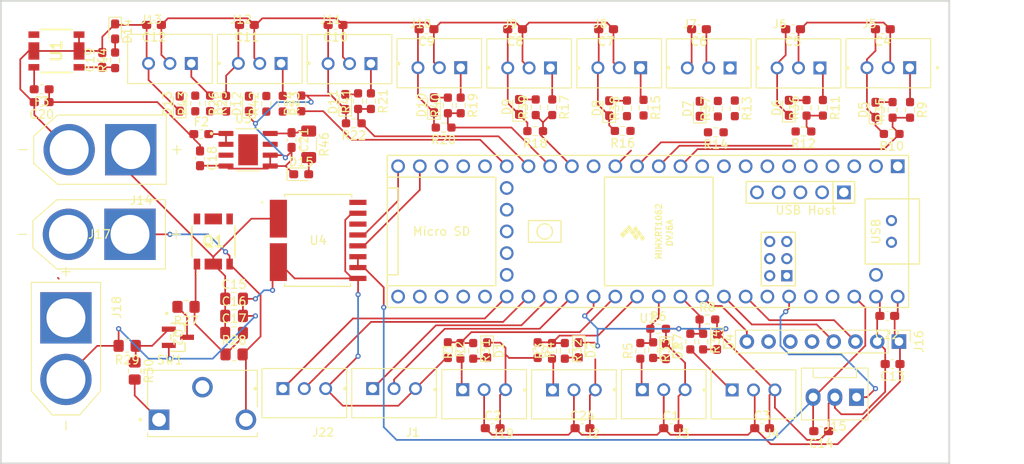
<source format=kicad_pcb>
(kicad_pcb (version 20240108) (generator "pcbnew") (generator_version "8.0")
  (layers (0 "F.Cu" signal) (31 "B.Cu" signal) (34 "B.Paste" user) (35 "F.Paste" user) (36 "B.SilkS" user "B.Silkscreen") (37 "F.SilkS" user "F.Silkscreen") (38 "B.Mask" user) (39 "F.Mask" user) (44 "Edge.Cuts" user))
  (net 0 "")
  (net 1 "GND1")
  (net 2 "+3.3V")
  (net 3 "44.4V")
  (net 4 "Net-(Q1-G)")
  (net 5 "12v")
  (net 6 "5v")
  (net 7 "Signal Start Module")
  (net 8 "Net-(J17-NEG)")
  (net 9 "Line Sensor 1 3.3V")
  (net 10 "Line Sensor 1 5v")
  (net 11 "Line Sensor 2 5v")
  (net 12 "Line Sensor 2 3.3V")
  (net 13 "Line Sensor 3 5v")
  (net 14 "Line Sensor 3 3.3V")
  (net 15 "Line Sensor 4 5v")
  (net 16 "Line Sensor 4 3.3V")
  (net 17 "Distance Sensor 1 12V")
  (net 18 "Distance Sensor 1 3.3V")
  (net 19 "Distance Sensor 2 12V")
  (net 20 "Distance Sensor 2 3.3V")
  (net 21 "Distance Sensor 3 3.3V")
  (net 22 "Distance Sensor 3 12V")
  (net 23 "Distance Sensor 4 12V")
  (net 24 "Distance Sensor 4 3.3V")
  (net 25 "Distance Sensor 5 3.3V")
  (net 26 "Distance Sensor 5 12V")
  (net 27 "Distance Sensor 6 12V")
  (net 28 "Distance Sensor 6 3.3V")
  (net 29 "Distance Sensor 7 3.3V")
  (net 30 "Distance Sensor 7 12V")
  (net 31 "Distance Sensor 8 3.3V")
  (net 32 "Distance Sensor 8 12V")
  (net 33 "Distance Sensor 9 3.3V")
  (net 34 "Distance Sensor 9 12V")
  (net 35 "Net-(Q2-D)")
  (net 36 "Net-(Q2-G)")
  (net 37 "Net-(SW1-A)")
  (net 38 "Net-(D1-A)")
  (net 39 "Net-(D2-A)")
  (net 40 "Net-(D3-A)")
  (net 41 "Net-(D4-A)")
  (net 42 "Net-(D5-A)")
  (net 43 "Net-(D6-A)")
  (net 44 "Net-(D7-A)")
  (net 45 "Net-(D8-A)")
  (net 46 "Net-(D9-A)")
  (net 47 "Net-(D10-A)")
  (net 48 "Net-(D11-A)")
  (net 49 "Net-(D12-A)")
  (net 50 "Net-(D13-A)")
  (net 51 "Net-(D15-A)")
  (net 52 "Net-(D14-A)")
  (net 53 "PWM MD2")
  (net 54 "Direction MD2")
  (net 55 "SDA")
  (net 56 "PWM MD1")
  (net 57 "Direction MD1")
  (net 60 "SCL")
  (net 66 "Interupt")
  (net 100 "Net-(U3-EN)")
  (net 101 "Net-(U1-VIN)")
  (net 104 "Vref Current Sensor")
  (net 105 "Vout Current Sensor")
  (net 106 "Net-(J17-POS)")
  (footprint "Resistor_SMD:R_0805_2012Metric_Pad1.20x1.40mm_HandSolder" (layer "F.Cu") (at 62.38 60.44 180)
    (property "Reference" "R27")
    (property "Value" "15k")
  )
  (footprint "LED_SMD:LED_0603_1608Metric_Pad1.05x0.95mm_HandSolder" (layer "F.Cu") (at 124.4725 64.5375 -90)
    (property "Reference" "D4")
    (property "Value" "LED")
  )
  (footprint "Teensy try:Teensy41 (1)" (layer "F.Cu") (at 116.39 51.62 180)
    (property "Reference" "U2")
    (property "Value" "Teensy4.1")
  )
  (footprint "XT60-M:AMASS_XT60-M" (layer "F.Cu") (at 52.23 51.96 180)
    (property "Reference" "J17")
    (property "Value" "XT60-M")
  )
  (footprint "Capacitor_SMD:C_0603_1608Metric_Pad1.08x0.95mm_HandSolder" (layer "F.Cu") (at 58.6375 27.475 180)
    (property "Reference" "C12")
    (property "Value" "C")
  )
  (footprint "Resistor_SMD:R_0603_1608Metric_Pad0.98x0.95mm_HandSolder" (layer "F.Cu") (at 121.3475 64.5 90)
    (property "Reference" "R7")
    (property "Value" "R")
  )
  (footprint "Resistor_SMD:R_0603_1608Metric_Pad0.98x0.95mm_HandSolder" (layer "F.Cu") (at 105.2 37.1025 -90)
    (property "Reference" "R17")
    (property "Value" "R")
  )
  (footprint "LED_SMD:LED_0603_1608Metric_Pad1.05x0.95mm_HandSolder" (layer "F.Cu") (at 122.45 37.275 90)
    (property "Reference" "D7")
    (property "Value" "LED")
  )
  (footprint "LED_SMD:LED_0603_1608Metric_Pad1.05x0.95mm_HandSolder" (layer "F.Cu") (at 143 37.4 90)
    (property "Reference" "D5")
    (property "Value" "LED")
  )
  (footprint "Jst Xh 2.5-3 Pin:JST_B3B-XH-A_LF__SN_" (layer "F.Cu") (at 107.74 70.675 180)
    (property "Reference" "J2")
    (property "Value" "Conn_01x03_MountingPin")
  )
  (footprint "Jst Xh 2.5-3 Pin:JST_B3B-XH-A_LF__SN_" (layer "F.Cu") (at 123.5 31.975)
    (property "Reference" "J7")
    (property "Value" "Conn_01x03_MountingPin")
  )
  (footprint "Capacitor_SMD:C_0603_1608Metric_Pad1.08x0.95mm_HandSolder" (layer "F.Cu") (at 90.5 27.975 180)
    (property "Reference" "C9")
    (property "Value" "C")
  )
  (footprint "LED_SMD:LED_0603_1608Metric_Pad1.05x0.95mm_HandSolder" (layer "F.Cu") (at 111.86 37.215 90)
    (property "Reference" "D8")
    (property "Value" "LED")
  )
  (footprint "Capacitor_SMD:C_0603_1608Metric_Pad1.08x0.95mm_HandSolder" (layer "F.Cu") (at 98.24 74.625)
    (property "Reference" "C2")
    (property "Value" "C")
  )
  (footprint "Capacitor_SMD:C_0603_1608Metric_Pad1.08x0.95mm_HandSolder" (layer "F.Cu") (at 64.02 43.0725 -90)
    (property "Reference" "C18")
    (property "Value" "C")
  )
  (footprint "Capacitor_SMD:C_0603_1608Metric_Pad1.08x0.95mm_HandSolder" (layer "F.Cu") (at 144.3775 61.5 180)
    (property "Reference" "C22")
    (property "Value" "C")
  )
  (footprint "Connector_PinHeader_2.54mm:PinHeader_1x08_P2.54mm_Vertical" (layer "F.Cu") (at 145.74 64.5 -90)
    (property "Reference" "J16")
    (property "Value" "Conn_01x08_Pin")
  )
  (footprint "LED_SMD:LED_0603_1608Metric_Pad1.05x0.95mm_HandSolder" (layer "F.Cu") (at 54.09 28.235 -90)
    (property "Reference" "D14")
    (property "Value" "LED")
  )
  (footprint "Capacitor_SMD:C_0603_1608Metric_Pad1.08x0.95mm_HandSolder" (layer "F.Cu") (at 79.8625 27.475 180)
    (property "Reference" "C10")
    (property "Value" "C")
  )
  (footprint "Resistor_SMD:R_0603_1608Metric_Pad0.98x0.95mm_HandSolder" (layer "F.Cu") (at 134.5775 39.93 180)
    (property "Reference" "R12")
    (property "Value" "R")
  )
  (footprint "Capacitor_SMD:C_0603_1608Metric_Pad1.08x0.95mm_HandSolder" (layer "F.Cu") (at 145 67.125 180)
    (property "Reference" "C13")
    (property "Value" "C")
  )
  (footprint "Resistor_SMD:R_0603_1608Metric_Pad0.98x0.95mm_HandSolder" (layer "F.Cu") (at 103.5 65.5 -90)
    (property "Reference" "R4")
    (property "Value" "R")
  )
  (footprint "Resistor_SMD:R_0603_1608Metric_Pad0.98x0.95mm_HandSolder" (layer "F.Cu") (at 144.8925 40.22 180)
    (property "Reference" "R10")
    (property "Value" "R")
  )
  (footprint "Resistor_SMD:R_0603_1608Metric_Pad0.98x0.95mm_HandSolder" (layer "F.Cu") (at 93 36.8875 90)
    (property "Reference" "R40")
    (property "Value" "R")
  )
  (footprint "Resistor_SMD:R_0603_1608Metric_Pad0.98x0.95mm_HandSolder" (layer "F.Cu") (at 122.8475 64.5 -90)
    (property "Reference" "R34")
    (property "Value" "R")
  )
  (footprint "Jst Xh 2.5-3 Pin:JST_B3B-XH-A_LF__SN_" (layer "F.Cu") (at 128.74 70.675 180)
    (property "Reference" "J4")
    (property "Value" "Conn_01x03_MountingPin")
  )
  (footprint "12Vvoltagereg:S1142A50IE6T1U" (layer "F.Cu") (at 47.23 30.52 90)
    (property "Reference" "U1")
    (property "Value" "S-1142DA0I-E6T1U" (hide yes))
  )
  (footprint "TQL850CSV50_RLG(5vmotordriver):SOIC127P600X170-9N" (layer "F.Cu") (at 69.64 42.07)
    (property "Reference" "U3")
    (property "Value" "TQL850CSV50_RLG")
  )
  (footprint "Resistor_SMD:R_0603_1608Metric_Pad0.98x0.95mm_HandSolder" (layer "F.Cu") (at 73.69 36.6875 -90)
    (property "Reference" "R23")
    (property "Value" "R")
  )
  (footprint "LED_SMD:LED_0603_1608Metric_Pad1.05x0.95mm_HandSolder" (layer "F.Cu") (at 97.5875 65.5 -90)
    (property "Reference" "D1")
    (property "Value" "LED")
  )
  (footprint "Resistor_SMD:R_0603_1608Metric_Pad0.98x0.95mm_HandSolder" (layer "F.Cu") (at 75.86 36.6525 90)
    (property "Reference" "R24")
    (property "Value" "R")
  )
  (footprint "Resistor_SMD:R_0603_1608Metric_Pad0.98x0.95mm_HandSolder" (layer "F.Cu") (at 103.21 39.89 180)
    (property "Reference" "R18")
    (property "Value" "R")
  )
  (footprint "Capacitor_SMD:C_0603_1608Metric_Pad1.08x0.95mm_HandSolder" (layer "F.Cu") (at 45.5 36.5 180)
    (property "Reference" "C20")
    (property "Value" "C")
  )
  (footprint "Capacitor_SMD:C_0805_2012Metric_Pad1.18x1.45mm_HandSolder" (layer "F.Cu") (at 68 63.5)
    (property "Reference" "C17")
    (property "Value" "1uF")
  )
  (footprint "Jst Xh 2.5-3 Pin:JST_B3B-XH-A_LF__SN_" (layer "F.Cu") (at 60.5 31.45)
    (property "Reference" "J13")
    (property "Value" "Conn_01x03_MountingPin")
  )
  (footprint "Resistor_SMD:R_0603_1608Metric_Pad0.98x0.95mm_HandSolder" (layer "F.Cu") (at 124.57 37.2775 90)
    (property "Reference" "R37")
    (property "Value" "R")
  )
  (footprint "Resistor_SMD:R_0603_1608Metric_Pad0.98x0.95mm_HandSolder" (layer "F.Cu") (at 103.27 37.1025 90)
    (property "Reference" "R39")
    (property "Value" "R")
  )
  (footprint "LED_SMD:LED_0603_1608Metric_Pad1.05x0.95mm_HandSolder" (layer "F.Cu") (at 108.3 65.5 -90)
    (property "Reference" "D2")
    (property "Value" "LED")
  )
  (footprint "Resistor_SMD:R_0805_2012Metric_Pad1.20x1.40mm_HandSolder" (layer "F.Cu") (at 56.38 67.94 -90)
    (property "Reference" "R30")
    (property "Value" "8k")
  )
  (footprint "Jst Xh 2.5-3 Pin:JST_B3B-XH-A_LF__SN_" (layer "F.Cu") (at 86.71 70.525 180)
    (property "Reference" "J1")
    (property "Value" "Conn_01x03_MountingPin")
  )
  (footprint "LED_SMD:LED_0603_1608Metric_Pad1.05x0.95mm_HandSolder" (layer "F.Cu") (at 91.375 36.85 90)
    (property "Reference" "D10")
    (property "Value" "LED")
  )
  (footprint "Resistor_SMD:R_0805_2012Metric_Pad1.20x1.40mm_HandSolder" (layer "F.Cu") (at 68 66)
    (property "Reference" "R28")
    (property "Value" "10k")
  )
  (footprint "Resistor_SMD:R_0603_1608Metric_Pad0.98x0.95mm_HandSolder" (layer "F.Cu") (at 145 37.4125 90)
    (property "Reference" "R35")
    (property "Value" "R")
  )
  (footprint "LED_SMD:LED_0603_1608Metric_Pad1.05x0.95mm_HandSolder" (layer "F.Cu") (at 101.32 37.065 90)
    (property "Reference" "D9")
    (property "Value" "LED")
  )
  (footprint "Capacitor_SMD:C_0603_1608Metric_Pad1.08x0.95mm_HandSolder" (layer "F.Cu") (at 119.1025 74.625)
    (property "Reference" "C1")
    (property "Value" "C")
  )
  (footprint "Jst Xh 2.5-3 Pin:JST_B3B-XH-A_LF__SN_" (layer "F.Cu") (at 144.5 31.95)
    (property "Reference" "J5")
    (property "Value" "Conn_01x03_MountingPin")
  )
  (footprint "Resistor_SMD:R_0805_2012Metric_Pad1.20x1.40mm_HandSolder" (layer "F.Cu") (at 55.5 65 180)
    (property "Reference" "R29")
    (property "Value" "1k")
  )
  (footprint "Resistor_SMD:R_0603_1608Metric_Pad0.98x0.95mm_HandSolder" (layer "F.Cu") (at 117 65.5 -90)
    (property "Reference" "R33")
    (property "Value" "R")
  )
  (footprint "Resistor_SMD:R_0603_1608Metric_Pad0.98x0.95mm_HandSolder" (layer "F.Cu") (at 124.33 40.03 180)
    (property "Reference" "R14")
    (property "Value" "R")
  )
  (footprint "Capacitor_SMD:C_0603_1608Metric_Pad1.08x0.95mm_HandSolder" (layer "F.Cu") (at 111.5 27.975 180)
    (property "Reference" "C7")
    (property "Value" "C")
  )
  (footprint "Capacitor_SMD:C_0603_1608Metric_Pad1.08x0.95mm_HandSolder" (layer "F.Cu") (at 136.6525 74.975 180)
    (property "Reference" "C14")
    (property "Value" "C")
  )
  (footprint "Resistor_SMD:R_0603_1608Metric_Pad0.98x0.95mm_HandSolder" (layer "F.Cu") (at 71.77 36.6975 90)
    (property "Reference" "R42")
    (property "Value" "R")
  )
  (footprint "Capacitor_SMD:C_0603_1608Metric_Pad1.08x0.95mm_HandSolder" (layer "F.Cu") (at 122.3625 27.975 180)
    (property "Reference" "C6")
    (property "Value" "C")
  )
  (footprint "Resistor_SMD:R_0603_1608Metric_Pad0.98x0.95mm_HandSolder" (layer "F.Cu") (at 126.55 37.23 -90)
    (property "Reference" "R13")
    (property "Value" "R")
  )
  (footprint "Capacitor_SMD:C_0805_2012Metric_Pad1.18x1.45mm_HandSolder" (layer "F.Cu") (at 68 61.5)
    (property "Reference" "C16")
    (property "Value" "1uF")
  )
  (footprint "XT60-M:AMASS_XT60-M" (layer "F.Cu") (at 48.34 65.33 -90)
    (property "Reference" "J18")
    (property "Value" "XT60-M")
  )
  (footprint "Capacitor_SMD:C_0603_1608Metric_Pad1.08x0.95mm_HandSolder" (layer "F.Cu") (at 133.3625 27.975 180)
    (property "Reference" "C5")
    (property "Value" "C")
  )
  (footprint "Resistor_SMD:R_0603_1608Metric_Pad0.98x0.95mm_HandSolder" (layer "F.Cu") (at 147.04 37.4075 -90)
    (property "Reference" "R9")
    (property "Value" "R")
  )
  (footprint "Resistor_SMD:R_0603_1608Metric_Pad0.98x0.95mm_HandSolder" (layer "F.Cu") (at 92.5 39.475 180)
    (property "Reference" "R20")
    (property "Value" "R")
  )
  (footprint "Capacitor_SMD:C_0603_1608Metric_Pad1.08x0.95mm_HandSolder" (layer "F.Cu") (at 129.74 74.625)
    (property "Reference" "C3")
    (property "Value" "C")
  )
  (footprint "LED_SMD:LED_0603_1608Metric_Pad1.05x0.95mm_HandSolder" (layer "F.Cu") (at 75.85 44.935)
    (property "Reference" "D15")
    (property "Value" "LED")
  )
  (footprint "Resistor_SMD:R_0603_1608Metric_Pad0.98x0.95mm_HandSolder" (layer "F.Cu") (at 82 38.975 180)
    (property "Reference" "R22")
    (property "Value" "R")
  )
  (footprint "Resistor_SMD:R_0603_1608Metric_Pad0.98x0.95mm_HandSolder" (layer "F.Cu") (at 63.46 36.6575 90)
    (property "Reference" "R43")
    (property "Value" "R")
  )
  (footprint "Resistor_SMD:R_0603_1608Metric_Pad0.98x0.95mm_HandSolder" (layer "F.Cu") (at 95.9625 65.5875 -90)
    (property "Reference" "R31")
    (property "Value" "R")
  )
  (footprint "Jst Xh 2.5-3 Pin:JST_B3B-XH-A_LF__SN_" (layer "F.Cu") (at 92 31.95)
    (property "Reference" "J10")
    (property "Value" "Conn_01x03_MountingPin")
  )
  (footprint "Resistor_SMD:R_0603_1608Metric_Pad0.98x0.95mm_HandSolder" (layer "F.Cu") (at 113.94 37.2275 90)
    (property "Reference" "R38")
    (property "Value" "R")
  )
  (footprint "Capacitor_SMD:C_0603_1608Metric_Pad1.08x0.95mm_HandSolder" (layer "F.Cu") (at 143.8625 27.975 180)
    (property "Reference" "C4")
    (property "Value" "C")
  )
  (footprint "Capacitor_SMD:C_0603_1608Metric_Pad1.08x0.95mm_HandSolder" (layer "F.Cu") (at 52.59 31.5675 90)
    (property "Reference" "C19")
    (property "Value" "C")
  )
  (footprint "Capacitor_SMD:C_0603_1608Metric_Pad1.08x0.95mm_HandSolder" (layer "F.Cu") (at 108.74 74.625)
    (property "Reference" "C24")
    (property "Value" "C")
  )
  (footprint "Resistor_SMD:R_0603_1608Metric_Pad0.98x0.95mm_HandSolder" (layer "F.Cu") (at 105.175 65.5875 90)
    (property "Reference" "R3")
    (property "Value" "R")
  )
  (footprint "Resistor_SMD:R_0603_1608Metric_Pad0.98x0.95mm_HandSolder" (layer "F.Cu") (at 67.07 36.6775 90)
    (property "Reference" "R26")
    (property "Value" "R")
  )
  (footprint "XT60-M:AMASS_XT60-M" (layer "F.Cu") (at 52.32 42.06 180)
    (property "Reference" "J14")
    (property "Value" "XT60-M")
  )
  (footprint "Resistor_SMD:R_0603_1608Metric_Pad0.98x0.95mm_HandSolder" (layer "F.Cu") (at 65.19 36.6475 -90)
    (property "Reference" "R25")
    (property "Value" "R")
  )
  (footprint "Jst Xh 2.5-3 Pin:JST_B3B-XH-A_LF__SN_" (layer "F.Cu") (at 102.5 31.975)
    (property "Reference" "J9")
    (property "Value" "Conn_01x03_MountingPin")
  )
  (footprint "Resistor_SMD:R_0603_1608Metric_Pad0.98x0.95mm_HandSolder" (layer "F.Cu") (at 93 65.5 -90)
    (property "Reference" "R2")
    (property "Value" "R" (hide yes))
  )
  (footprint "Resistor_SMD:R_0603_1608Metric_Pad0.98x0.95mm_HandSolder" (layer "F.Cu") (at 115.5 65.5875 90)
    (property "Reference" "R5")
    (property "Value" "R")
  )
  (footprint "LED_SMD:LED_0603_1608Metric_Pad1.05x0.95mm_HandSolder" (layer "F.Cu") (at 61.64 36.675 90)
    (property "Reference" "D13")
    (property "Value" "LED")
  )
  (footprint "Jst Xh 2.5-3 Pin:JST_B3B-XH-A_LF__SN_" (layer "F.Cu") (at 81.5 31.475)
    (property "Reference" "J11")
    (property "Value" "Conn_01x03_MountingPin")
  )
  (footprint "Jst Xh 2.5-3 Pin:JST_B3B-XH-A_LF__SN_" (layer "F.Cu") (at 97.24 70.65 180)
    (property "Reference" "J19")
    (property "Value" "Conn_01x03_MountingPin")
  )
  (footprint "Capacitor_SMD:C_0603_1608Metric_Pad1.08x0.95mm_HandSolder" (layer "F.Cu") (at 69.5 27.475 180)
    (property "Reference" "C11")
    (property "Value" "C")
  )
  (footprint "Resistor_SMD:R_0603_1608Metric_Pad0.98x0.95mm_HandSolder" (layer "F.Cu") (at 94.4625 65.5875 90)
    (property "Reference" "R1")
    (property "Value" "R")
  )
  (footprint "Resistor_SMD:R_0603_1608Metric_Pad0.98x0.95mm_HandSolder" (layer "F.Cu") (at 84 36.3875 -90)
    (property "Reference" "R21")
    (property "Value" "R")
  )
  (footprint "Jst Xh 2.5-3 Pin:JST_B3B-XH-A_LF__SN_" (layer "F.Cu") (at 71 31.45)
    (property "Reference" "J12")
    (property "Value" "Conn_01x03_MountingPin")
  )
  (footprint "Jst Xh 2.5-3 Pin:JST_B3B-XH-A_LF__SN_" (layer "F.Cu") (at 134 31.975)
    (property "Reference" "J6")
    (property "Value" "Conn_01x03_MountingPin")
  )
  (footprint "Jst Xh 2.5-3 Pin:JST_B3B-XH-A_LF__SN_" (layer "F.Cu") (at 118.24 70.65 180)
    (property "Reference" "J3")
    (property "Value" "Conn_01x03_MountingPin")
  )
  (footprint "Capacitor_SMD:C_0603_1608Metric_Pad1.08x0.95mm_HandSolder" (layer "F.Cu") (at 100.8625 27.975 180)
    (property "Reference" "C8")
    (property "Value" "C")
  )
  (footprint "LED_SMD:LED_0603_1608Metric_Pad1.05x0.95mm_HandSolder" (layer "F.Cu") (at 69.73 36.685 90)
    (property "Reference" "D12")
    (property "Value" "LED")
  )
  (footprint "Fuse:Fuse_0603_1608Metric_Pad1.05x0.95mm_HandSolder" (layer "F.Cu") (at 45.5 35 180)
    (property "Reference" "F3")
    (property "Value" "Fuse")
  )
  (footprint "mosfetP:S1142A50IE6T1U" (layer "F.Cu") (at 65.57 52.8)
    (property "Reference" "Q1")
    (property "Value" "SQM40P10-40L_GE3" (hide yes))
  )
  (footprint "Capacitor_SMD:C_0603_1608Metric_Pad1.08x0.95mm_HandSolder" (layer "F.Cu") (at 74.725 40.935 -90)
    (property "Reference" "C21")
    (property "Value" "C")
  )
  (footprint "Jst Xh 2.5-3 Pin:JST_B3B-XH-A_LF__SN_" (layer "F.Cu") (at 76.21 70.525 180)
    (property "Reference" "J22")
    (property "Value" "Conn_01x03_MountingPin")
  )
  (footprint "G_107_0513(SWITCH):SW_G-107-0513" (layer "F.Cu") (at 64.305 71.735)
    (property "Reference" "SW1")
    (property "Value" "SW_SPST")
  )
  (footprint "Resistor_SMD:R_0603_1608Metric_Pad0.98x0.95mm_HandSolder" (layer "F.Cu") (at 117.5875 63)
    (property "Reference" "R6")
    (property "Value" "R")
  )
  (footprint "Resistor_SMD:R_0603_1608Metric_Pad0.98x0.95mm_HandSolder" (layer "F.Cu") (at 94.5 36.8875 -90)
    (property "Reference" "R19")
    (property "Value" "R")
  )
  (footprint "Resistor_SMD:R_0603_1608Metric_Pad0.98x0.95mm_HandSolder" (layer "F.Cu") (at 106.675 65.5875 -90)
    (property "Reference" "R32")
    (property "Value" "R")
  )
  (footprint "Resistor_SMD:R_0603_1608Metric_Pad0.98x0.95mm_HandSolder" (layer "F.Cu") (at 123.3475 61.9125)
    (property "Reference" "R8")
    (property "Value" "R")
  )
  (footprint "Capacitor_SMD:C_0805_2012Metric_Pad1.18x1.45mm_HandSolder" (layer "F.Cu") (at 68 59.5)
    (property "Reference" "C15")
    (property "Value" "10uF")
  )
  (footprint "Resistor_SMD:R_0603_1608Metric_Pad0.98x0.95mm_HandSolder" (layer "F.Cu") (at 82.5 36.3875 90)
    (property "Reference" "R41")
    (property "Value" "R")
  )
  (footprint "(mosfet???):NMOSGSD_SOT-23_TO-236_VIS-M" (layer "F.Cu") (at 61.4332 64 -90)
    (property "Reference" "Q2")
    (property "Value" "SQ2318AES-T1_BE3")
  )
  (footprint "Resistor_SMD:R_1206_3216Metric_Pad1.30x1.75mm_HandSolder" (layer "F.Cu") (at 76.725 41.435 -90)
    (property "Reference" "R46")
    (property "Value" "R")
  )
  (footprint "Resistor_SMD:R_0603_1608Metric_Pad0.98x0.95mm_HandSolder" (layer "F.Cu") (at 134.94 37.1675 90)
    (property "Reference" "R36")
    (property "Value" "R")
  )
  (footprint "Fuse:Fuse_0603_1608Metric_Pad1.05x0.95mm_HandSolder" (layer "F.Cu") (at 64.165 40.24)
    (property "Reference" "F2")
    (property "Value" "Fuse")
  )
  (footprint "LED_SMD:LED_0603_1608Metric_Pad1.05x0.95mm_HandSolder" (layer "F.Cu") (at 81 36.475 90)
    (property "Reference" "D11")
    (property "Value" "LED")
  )
  (footprint "Resistor_SMD:R_0603_1608Metric_Pad0.98x0.95mm_HandSolder" (layer "F.Cu") (at 136.85 37.1675 -90)
    (property "Reference" "R11")
    (property "Value" "R")
  )
  (footprint "LED_SMD:LED_0603_1608Metric_Pad1.05x0.95mm_HandSolder" (layer "F.Cu") (at 118.5 65.625 -90)
    (property "Reference" "D3")
    (property "Value" "LED")
  )
  (footprint "LED_SMD:LED_0603_1608Metric_Pad1.05x0.95mm_HandSolder" (layer "F.Cu") (at 132.87 37.165 90)
    (property "Reference" "D6")
    (property "Value" "LED")
  )
  (footprint "Resistor_SMD:R_0603_1608Metric_Pad0.98x0.95mm_HandSolder" (layer "F.Cu") (at 54.09 31.61 90)
    (property "Reference" "R44")
    (property "Value" "R")
  )
  (footprint "Resistor_SMD:R_0603_1608Metric_Pad0.98x0.95mm_HandSolder" (layer "F.Cu") (at 115.88 37.15 -90)
    (property "Reference" "R15")
    (property "Value" "R")
  )
  (footprint "Jst Xh 2.5-3 Pin:JST_B3B-XH-A_LF__SN_" (layer "F.Cu") (at 113.04 31.955)
    (property "Reference" "J8")
    (property "Value" "Conn_01x03_MountingPin")
  )
  (footprint "Current Sensor AEC-Q100 80ARMS 500KHZ HALL-EFFE:SOIC10_DVG_TEX" (layer "F.Cu") (at 77.829978 52.67)
    (property "Reference" "U4")
    (property "Value" "TMCS1126A1AQDVGRQ1")
  )
  (footprint "Connector:FanPinHeader_1x03_P2.54mm_Vertical" (layer "F.Cu") (at 140.79 71 180)
    (property "Reference" "J15")
    (property "Value" "Conn_01x03_Pin")
  )
  (footprint "Resistor_SMD:R_0603_1608Metric_Pad0.98x0.95mm_HandSolder" (layer "F.Cu") (at 113.44 39.87 180)
    (property "Reference" "R16")
    (property "Value" "R")
  )
  (gr_rect (start 40.73 24.66) (end 151.63 78.75) (stroke (width 0.2)) (fill none) (layer "Edge.Cuts"))
  (segment (start 64.02 43.935) (end 67.015 43.935) (width 0.2) (layer "F.Cu") (net 1))
  (segment (start 125.795 64.705) (end 126.045 64.955) (width 0.2) (layer "F.Cu") (net 1))
  (segment (start 74.725 41.7975) (end 74.725 42.275) (width 0.2) (layer "F.Cu") (net 1))
  (segment (start 81 57.115) (end 75.085 57.115) (width 0.2) (layer "F.Cu") (net 1))
  (segment (start 97.7125 64.5) (end 97.5875 64.625) (width 0.2) (layer "F.Cu") (net 1))
  (segment (start 89.21 70) (end 92.7975 66.4125) (width 0.2) (layer "F.Cu") (net 1))
  (segment (start 131.24 72.24) (end 135 76) (width 0.2) (layer "F.Cu") (net 1))
  (segment (start 131.24 70.15) (end 131.24 72.24) (width 0.2) (layer "F.Cu") (net 1))
  (segment (start 82.5 57.135024) (end 82.479976 57.115) (width 0.2) (layer "F.Cu") (net 1))
  (segment (start 144.1375 65.4375) (end 143.2 64.5) (width 0.2) (layer "F.Cu") (net 1))
  (segment (start 118.5 64.75) (end 118.5 63) (width 0.2) (layer "F.Cu") (net 1))
  (segment (start 111.86 38.09) (end 111.86 39.2025) (width 0.2) (layer "F.Cu") (net 1))
  (segment (start 67.015 43.935) (end 67.055 43.975) (width 0.2) (layer "F.Cu") (net 1))
  (segment (start 137.515 71.735) (end 138.25 71) (width 0.2) (layer "F.Cu") (net 1))
  (segment (start 52.205 30.705) (end 52.02 30.52) (width 0.2) (layer "F.Cu") (net 1))
  (segment (start 60.3664 64.94996) (end 60.3664 66.3664) (width 0.2) (layer "F.Cu") (net 1))
  (segment (start 81.0875 38.975) (end 81.0875 37.4375) (width 0.2) (layer "F.Cu") (net 1))
  (segment (start 99.74 66.5) (end 99.74 70.125) (width 0.2) (layer "F.Cu") (net 1))
  (segment (start 100 27.975) (end 100 32.5) (width 0.2) (layer "F.Cu") (net 1))
  (segment (start 99.74 65.24) (end 99.74 66) (width 0.2) (layer "F.Cu") (net 1))
  (segment (start 101.32 37.94) (end 100 36.62) (width 0.2) (layer "F.Cu") (net 1))
  (segment (start 131.5 32.5) (end 131.5 32) (width 0.2) (layer "F.Cu") (net 1))
  (segment (start 73.705 42.705) (end 74 43) (width 0.2) (layer "F.Cu") (net 1))
  (segment (start 143.515 59.695) (end 143.06 59.24) (width 0.2) (layer "F.Cu") (net 1))
  (segment (start 72.225 42.705) (end 72.705 42.705) (width 0.2) (layer "F.Cu") (net 1))
  (segment (start 109 61.5) (end 110.04 60.46) (width 0.2) (layer "F.Cu") (net 1))
  (segment (start 119.965 70.9) (end 120.74 70.125) (width 0.2) (layer "F.Cu") (net 1))
  (segment (start 57.775 27.475) (end 54.205 27.475) (width 0.2) (layer "F.Cu") (net 1))
  (segment (start 130.6025 70.7875) (end 131.24 70.15) (width 0.2) (layer "F.Cu") (net 1))
  (segment (start 80.71 72) (end 78.71 70) (width 0.2) (layer "F.Cu") (net 1))
  (segment (start 58 33.91) (end 61.64 37.55) (width 0.2) (layer "F.Cu") (net 1))
  (segment (start 143 39.24) (end 143.98 40.22) (width 0.2) (layer "F.Cu") (net 1))
  (segment (start 102.2975 38.9175) (end 101.32 37.94) (width 0.2) (layer "F.Cu") (net 1))
  (segment (start 89.5 35.85) (end 91.375 37.725) (width 0.2) (layer "F.Cu") (net 1))
  (segment (start 69.73 38.23) (end 70.5 39) (width 0.2) (layer "F.Cu") (net 1))
  (segment (start 52.02 30.52) (end 49.87 30.52) (width 0.2) (layer "F.Cu") (net 1))
  (segment (start 124.4725 62.125) (end 124.26 61.9125) (width 0.2) (layer "F.Cu") (net 1))
  (segment (start 124.7525 63.6625) (end 125.795 64.705) (width 0.2) (layer "F.Cu") (net 1))
  (segment (start 74.015 43.975) (end 74.975 44.935) (width 0.2) (layer "F.Cu") (net 1))
  (segment (start 72.225 43.975) (end 74.015 43.975) (width 0.2) (layer "F.Cu") (net 1))
  (segment (start 74.725 43.265) (end 74.725 41.7975) (width 0.2) (layer "F.Cu") (net 1))
  (segment (start 44.5 36.5) (end 43 35) (width 0.2) (layer "F.Cu") (net 1))
  (segment (start 109.6025 70.7875) (end 110.24 70.15) (width 0.2) (layer "F.Cu") (net 1))
  (segment (start 92.7975 66.4125) (end 93 66.4125) (width 0.2) (layer "F.Cu") (net 1))
  (segment (start 143 30.5) (end 143 27.975) (width 0.2) (layer "F.Cu") (net 1))
  (segment (start 81.841876 57.115) (end 82.479976 57.115) (width 0.2) (layer "F.Cu") (net 1))
  (segment (start 72.5 55.89) (end 73.18 55.21) (width 0.2) (layer "F.Cu") (net 1))
  (segment (start 102.2975 39.89) (end 102.2975 38.9175) (width 0.2) (layer "F.Cu") (net 1))
  (segment (start 89.5 28.1125) (end 89.6375 27.975) (width 0.2) (layer "F.Cu") (net 1))
  (segment (start 142 31.5) (end 143 30.5) (width 0.2) (layer "F.Cu") (net 1))
  (segment (start 120.74 66.99) (end 118.5 64.75) (width 0.2) (layer "F.Cu") (net 1))
  (segment (start 124.4725 63.6625) (end 124.7525 63.6625) (width 0.2) (layer "F.Cu") (net 1))
  (segment (start 81 56.273124) (end 81.841876 57.115) (width 0.2) (layer "F.Cu") (net 1))
  (segment (start 48.34 68.66) (end 52 65) (width 0.2) (layer "F.Cu") (net 1))
  (segment (start 69.0375 59.5) (end 70.5 59.5) (width 0.2) (layer "F.Cu") (net 1))
  (segment (start 143.2 64.5) (end 143.2 61.815) (width 0.2) (layer "F.Cu") (net 1))
  (segment (start 99.74 66) (end 99.74 66.5) (width 0.2) (layer "F.Cu") (net 1))
  (segment (start 141.5 73) (end 144.1375 70.3625) (width 0.2) (layer "F.Cu") (net 1))
  (segment (start 67.055 43.975) (end 67.354999 44.274999) (width 0.2) (layer "F.Cu") (net 1))
  (segment (start 89.5 32.475) (end 89.5 28.1125) (width 0.2) (layer "F.Cu") (net 1))
  (segment (start 44.6375 36.5) (end 44.5 36.5) (width 0.2) (layer "F.Cu") (net 1))
  (segment (start 124.8375 63.6625) (end 124.4725 63.6625) (width 0.2) (layer "F.Cu") (net 1))
  (segment (start 110.54 32.48) (end 110.54 36.77) (width 0.2) (layer "F.Cu") (net 1))
  (segment (start 144.1375 67.125) (end 144.1375 65.4375) (width 0.2) (layer "F.Cu") (net 1))
  (segment (start 130.6025 74.625) (end 130.6025 70.7875) (width 0.2) (layer "F.Cu") (net 1))
  (segment (start 144.1375 70.3625) (end 144.1375 67.125) (width 0.2) (layer "F.Cu") (net 1))
  (segment (start 108.3 64.625) (end 110.125 64.625) (width 0.2) (layer "F.Cu") (net 1))
  (segment (start 110.6375 32.3825) (end 110.54 32.48) (width 0.2) (layer "F.Cu") (net 1))
  (segment (start 67.354999 44.274999) (end 71.925001 44.274999) (width 0.2) (layer "F.Cu") (net 1))
  (segment (start 131.24 70.15) (end 125.795 64.705) (width 0.2) (layer "F.Cu") (net 1))
  (segment (start 81 37.35) (end 79 35.35) (width 0.2) (layer "F.Cu") (net 1))
  (segment (start 72.225 42.705) (end 73.705 42.705) (width 0.2) (layer "F.Cu") (net 1))
  (segment (start 132.5 31) (end 132.5 27.975) (width 0.2) (layer "F.Cu") (net 1))
  (segment (start 87.21 72) (end 80.71 72) (width 0.2) (layer "F.Cu") (net 1))
  (segment (start 91.375 37.725) (end 91.375 39.2625) (width 0.2) (layer "F.Cu") (net 1))
  (segment (start 135 76) (end 136.49 76) (width 0.2) (layer "F.Cu") (net 1))
  (segment (start 79 32) (end 79 27.475) (width 0.2) (layer "F.Cu") (net 1))
  (segment (start 124.4725 63.6625) (end 124.4725 62.125) (width 0.2) (layer "F.Cu") (net 1))
  (segment (start 58 31.975) (end 58 33.91) (width 0.2) (layer "F.Cu") (net 1))
  (segment (start 131.5 36.67) (end 132.87 38.04) (width 0.2) (layer "F.Cu") (net 1))
  (segment (start 131.5 32) (end 132.5 31) (width 0.2) (layer "F.Cu") (net 1))
  (segment (start 44.6375 37.9775) (end 48.72 42.06) (width 0.2) (layer "F.Cu") (net 1))
  (segment (start 69.0375 61.5) (end 69.0375 59.5) (width 0.2) (layer "F.Cu") (net 1))
  (segment (start 118.5 63) (end 120 63) (width 0.2) (layer "F.Cu") (net 1))
  (segment (start 110.04 60.46) (end 110.04 59.24) (width 0.2) (layer "F.Cu") (net 1))
  (segment (start 43.98 30.52) (end 43 31.5) (width 0.2) (layer "F.Cu") (net 1))
  (segment (start 82.5 66.21) (end 78.71 70) (width 0.2) (layer "F.Cu") (net 1))
  (segment (start 54.09 27.36) (end 52.59 28.86) (width 0.2) (layer "F.Cu") (net 1))
  (segment (start 91.375 39.2625) (end 91.5875 39.475) (width 0.2) (layer "F.Cu") (net 1))
  (segment (start 48.34 68.93) (end 48.34 68.66) (width 0.2) (layer "F.Cu") (net 1))
  (segment (start 76.5 35.74) (end 75.86 35.74) (width 0.2) (layer "F.Cu") (net 1))
  (segment (start 138.25 72.25) (end 139 73) (width 0.2) (layer "F.Cu") (net 1))
  (segment (start 71.925001 44.274999) (end 72.225 43.975) (width 0.2) (layer "F.Cu") (net 1))
  (segment (start 131.5 32.5) (end 131.5 36.67) (width 0.2) (layer "F.Cu") (net 1))
  (segment (start 82.479976 57.115) (end 81 57.115) (width 0.2) (layer "F.Cu") (net 1))
  (segment (start 77 36.5) (end 77 36.24) (width 0.2) (layer "F.Cu") (net 1))
  (segment (start 44.6375 36.5) (end 44.6375 37.9775) (width 0.2) (layer "F.Cu") (net 1))
  (segment (start 54.205 27.475) (end 54.09 27.36) (width 0.2) (layer "F.Cu") (net 1))
  (segment (start 68.5 27.6125) (end 68.6375 27.475) (width 0.2) (layer "F.Cu") (net 1))
  (segment (start 67.07 33.405) (end 68.5 31.975) (width 0.2) (layer "F.Cu") (net 1))
  (segment (start 60.3664 66.3664) (end 60.5 66.5) (width 0.2) (layer "F.Cu") (net 1))
  (segment (start 81 50.276476) (end 81 56.273124) (width 0.2) (layer "F.Cu") (net 1))
  (segment (start 81.0875 37.4375) (end 81 37.35) (width 0.2) (layer "F.Cu") (net 1))
  (segment (start 52 65) (end 55 65) (width 0.2) (layer "F.Cu") (net 1))
  (segment (start 110.125 64.625) (end 110.5 65) (width 0.2) (layer "F.Cu") (net 1))
  (segment (start 72.225 43.975) (end 72.225 42.705) (width 0.2) (layer "F.Cu") (net 1))
  (segment (start 57.775 27.475) (end 57.775 31.75) (width 0.2) (layer "F.Cu") (net 1))
  (segment (start 139 73) (end 141.5 73) (width 0.2) (layer "F.Cu") (net 1))
  (segment (start 136.49 76) (end 137.515 74.975) (width 0.2) (layer "F.Cu") (net 1))
  (segment (start 125.5 63) (end 124.8375 63.6625) (width 0.2) (layer "F.Cu") (net 1))
  (segment (start 111.86 39.2025) (end 112.5275 39.87) (width 0.2) (layer "F.Cu") (net 1))
  (segment (start 82.479976 49.495) (end 81.781476 49.495) (width 0.2) (layer "F.Cu") (net 1))
  (segment (start 70.5 61.5) (end 69.0375 61.5) (width 0.2) (layer "F.Cu") (net 1))
  (segment (start 103.5 66.4125) (end 100.1525 66.4125) (width 0.2) (layer "F.Cu") (net 1))
  (segment (start 81 37.35) (end 79.39 35.74) (width 0.2) (layer "F.Cu") (net 1))
  (segment (start 143.2 61.815) (end 143.515 61.5) (width 0.2) (layer "F.Cu") (net 1))
  (segment (start 89.21 70) (end 87.21 72) (width 0.2) (layer "F.Cu") (net 1))
  (segment (start 143 38.275) (end 143 39.24) (width 0.2) (layer "F.Cu") (net 1))
  (segment (start 121.5 32) (end 121 32.5) (width 0.2) (layer "F.Cu") (net 1))
  (segment (start 119.965 74.625) (end 119.965 70.9) (width 0.2) (layer "F.Cu") (net 1))
  (segment (start 110.6375 27.975) (end 110.6375 32.3825) (width 0.2) (layer "F.Cu") (net 1))
  (segment (start 143 38.275) (end 142 37.275) (width 0.2) (layer "F.Cu") (net 1))
  (segment (start 110.54 36.77) (end 111.86 38.09) (width 0.2) (layer "F.Cu") (net 1))
  (segment (start 82.5 59) (end 82.5 57.135024) (width 0.2) (layer "F.Cu") (net 1))
  (segment (start 49.87 28.61) (end 49.87 30.52) (width 0.2) (layer "F.Cu") (net 1))
  (segment (start 100.1525 66.4125) (end 99.74 66) (width 0.2) (layer "F.Cu") (net 1))
  (segment (start 100 36.62) (end 100 32.5) (width 0.2) (layer "F.Cu") (net 1))
  (segment (start 142 37.275) (end 142 32.475) (width 0.2) (layer "F.Cu") (net 1))
  (segment (start 138.25 71) (end 138.25 72.25) (width 0.2) (layer "F.Cu") (net 1))
  (segment (start 142 32.475) (end 142 31.5) (width 0.2) (layer "F.Cu") (net 1))
  (segment (start 120.74 70.125) (end 120.74 66.99) (width 0.2) (layer "F.Cu") (net 1))
  (segment (start 43 35) (end 43 31.5) (width 0.2) (layer "F.Cu") (net 1))
  (segment (start 69.73 37.56) (end 69.73 38.23) (width 0.2) (layer "F.Cu") (net 1))
  (segment (start 52.59 30.705) (end 52.205 30.705) (width 0.2) (layer "F.Cu") (net 1))
  (segment (start 67.07 35.765) (end 67.07 33.405) (width 0.2) (layer "F.Cu") (net 1))
  (segment (start 75.085 57.115) (end 73.18 55.21) (width 0.2) (layer "F.Cu") (net 1))
  (segment (start 73.18 55.8575) (end 73.18 55.21) (width 0.2) (layer "F.Cu") (net 1))
  (segment (start 137.515 74.975) (end 137.515 71.735) (width 0.2) (layer "F.Cu") (net 1))
  (segment (start 99.1025 74.625) (end 99.1025 70.7625) (width 0.2) (layer "F.Cu") (net 1))
  (segment (start 81.781476 49.495) (end 81 50.276476) (width 0.2) (layer "F.Cu") (net 1))
  (segment (start 99.1025 70.7625) (end 99.74 70.125) (width 0.2) (layer "F.Cu") (net 1))
  (segment (start 97.5875 64.625) (end 99.125 64.625) (width 0.2) (layer "F.Cu") (net 1))
  (segment (start 52.59 28.86) (end 52.59 30.705) (width 0.2) (layer "F.Cu") (net 1))
  (segment (start 68.5 31.975) (end 68.5 27.6125) (width 0.2) (layer "F.Cu") (net 1))
  (segment (start 109.6025 74.625) (end 109.6025 70.7875) (width 0.2) (layer "F.Cu") (net 1))
  (segment (start 54.5 65) (end 54.5 63) (width 0.2) (layer "F.Cu") (net 1))
  (segment (start 89.5 32.475) (end 89.5 35.85) (width 0.2) (layer "F.Cu") (net 1))
  (segment (start 143.515 61.5) (end 143.515 59.695) (width 0.2) (layer "F.Cu") (net 1))
  (segment (start 110.24 70.15) (end 110.24 66.565) (width 0.2) (layer "F.Cu") (net 1))
  (segment (start 121.5 27.975) (end 121.5 32) (width 0.2) (layer "F.Cu") (net 1))
  (segment (start 44.59 30.52) (end 43.98 30.52) (width 0.2) (layer "F.Cu") (net 1))
  (segment (start 99.125 64.625) (end 99.74 65.24) (width 0.2) (layer "F.Cu") (net 1))
  (segment (start 77 36.24) (end 76.5 35.74) (width 0.2) (layer "F.Cu") (net 1))
  (segment (start 72.5 58.5) (end 72.5 55.89) (width 0.2) (layer "F.Cu") (net 1))
  (segment (start 79.39 35.74) (end 76.5 35.74) (width 0.2) (layer "F.Cu") (net 1))
  (segment (start 79 35.35) (end 79 32) (width 0.2) (layer "F.Cu") (net 1))
  (segment (start 57.775 31.75) (end 58 31.975) (width 0.2) (layer "F.Cu") (net 1))
  (segment (start 74.015 43.975) (end 74.725 43.265) (width 0.2) (layer "F.Cu") (net 1))
  (segment (start 74.725 42.275) (end 74 43) (width 0.2) (layer "F.Cu") (net 1))
  (segment (start 49.87 30.52) (end 44.59 30.52) (width 0.2) (layer "F.Cu") (net 1))
  (via (at 120 63) (size 0.6) (drill 0.3) (layers "F.Cu" "B.Cu") (net 1))
  (via (at 125.5 63) (size 0.6) (drill 0.3) (layers "F.Cu" "B.Cu") (net 1))
  (via (at 54.5 63) (size 0.6) (drill 0.3) (layers "F.Cu" "B.Cu") (net 1))
  (via (at 82.5 66.21) (size 0.6) (drill 0.3) (layers "F.Cu" "B.Cu") (net 1))
  (via (at 109 61.5) (size 0.6) (drill 0.3) (layers "F.Cu" "B.Cu") (net 1))
  (via (at 70.5 61.5) (size 0.6) (drill 0.3) (layers "F.Cu" "B.Cu") (net 1))
  (via (at 70.5 39) (size 0.6) (drill 0.3) (layers "F.Cu" "B.Cu") (net 1))
  (via (at 60.5 66.5) (size 0.6) (drill 0.3) (layers "F.Cu" "B.Cu") (net 1))
  (via (at 77 36.5) (size 0.6) (drill 0.3) (layers "F.Cu" "B.Cu") (net 1))
  (via (at 70.5 59.5) (size 0.6) (drill 0.3) (layers "F.Cu" "B.Cu") (net 1))
  (via (at 82.5 59) (size 0.6) (drill 0.3) (layers "F.Cu" "B.Cu") (net 1))
  (via (at 72.5 58.5) (size 0.6) (drill 0.3) (layers "F.Cu" "B.Cu") (net 1))
  (via (at 110.5 65) (size 0.6) (drill 0.3) (layers "F.Cu" "B.Cu") (net 1))
  (via (at 74 43) (size 0.6) (drill 0.3) (layers "F.Cu" "B.Cu") (net 1))
  (segment (start 82.5 66) (end 82.5 59) (width 0.2) (layer "B.Cu") (net 1))
  (segment (start 60.5 66.5) (end 65.5 66.5) (width 0.2) (layer "B.Cu") (net 1))
  (segment (start 125.5 63) (end 120 63) (width 0.2) (layer "B.Cu") (net 1))
  (segment (start 73 36.5) (end 77 36.5) (width 0.2) (layer "B.Cu") (net 1))
  (segment (start 82.5 66.21) (end 82.5 66) (width 0.2) (layer "B.Cu") (net 1))
  (segment (start 58 66.5) (end 54.5 63) (width 0.2) (layer "B.Cu") (net 1))
  (segment (start 71.5 58.5) (end 72.5 58.5) (width 0.2) (layer "B.Cu") (net 1))
  (segment (start 120 63) (end 110.5 63) (width 0.2) (layer "B.Cu") (net 1))
  (segment (start 70.5 39) (end 73 36.5) (width 0.2) (layer "B.Cu") (net 1))
  (segment (start 70.5 59.5) (end 71.5 58.5) (width 0.2) (layer "B.Cu") (net 1))
  (segment (start 74 43) (end 70.5 39.5) (width 0.2) (layer "B.Cu") (net 1))
  (segment (start 110.5 65) (end 110.5 63) (width 0.2) (layer "B.Cu") (net 1))
  (segment (start 70.5 39.5) (end 70.5 39) (width 0.2) (layer "B.Cu") (net 1))
  (segment (start 110.5 63) (end 109 61.5) (width 0.2) (layer "B.Cu") (net 1))
  (segment (start 60.5 66.5) (end 58 66.5) (width 0.2) (layer "B.Cu") (net 1))
  (segment (start 65.5 66.5) (end 70.5 61.5) (width 0.2) (layer "B.Cu") (net 1))
  (segment (start 85.5 58.166524) (end 85.5 60.5) (width 0.2) (layer "F.Cu") (net 2))
  (segment (start 83.178476 55.845) (end 85.5 58.166524) (width 0.2) (layer "F.Cu") (net 2))
  (segment (start 82.479976 55.845) (end 82.479976 54.575) (width 0.2) (layer "F.Cu") (net 2))
  (segment (start 140.52 59.24) (end 141.81 60.53) (width 0.2) (layer "F.Cu") (net 2))
  (segment (start 135.786346 71) (end 135.71 71) (width 0.2) (layer "F.Cu") (net 2))
  (segment (start 82.479976 55.845) (end 83.178476 55.845) (width 0.2) (layer "F.Cu") (net 2))
  (segment (start 141.81 60.53) (end 141.81 64.976346) (width 0.2) (layer "F.Cu") (net 2))
  (segment (start 135.71 74.895) (end 135.79 74.975) (width 0.2) (layer "F.Cu") (net 2))
  (segment (start 135.71 71) (end 135.71 74.895) (width 0.2) (layer "F.Cu") (net 2))
  (segment (start 141.81 64.976346) (end 135.786346 71) (width 0.2) (layer "F.Cu") (net 2))
  (via (at 85.5 60.5) (size 0.6) (drill 0.3) (layers "F.Cu" "B.Cu") (net 2))
  (segment (start 131 76) (end 135.71 71.29) (width 0.2) (layer "B.Cu") (net 2))
  (segment (start 135.71 71.29) (end 135.71 71) (width 0.2) (layer "B.Cu") (net 2))
  (segment (start 85.5 60.5) (end 85.5 74.5) (width 0.2) (layer "B.Cu") (net 2))
  (segment (start 87 76) (end 131 76) (width 0.2) (layer "B.Cu") (net 2))
  (segment (start 85.5 74.5) (end 87 76) (width 0.2) (layer "B.Cu") (net 2))
  (segment (start 66.9625 56.8325) (end 65.57 55.44) (width 0.2) (layer "F.Cu") (net 3))
  (segment (start 46.375 36.4875) (end 46.3625 36.5) (width 0.2) (layer "F.Cu") (net 3))
  (segment (start 55.92 44.955) (end 55.92 42.06) (width 0.2) (layer "F.Cu") (net 3))
  (segment (start 65.57 54.581471) (end 70.021471 50.13) (width 0.2) (layer "F.Cu") (net 3))
  (segment (start 66.945 59.4825) (end 66.9625 59.5) (width 0.2) (layer "F.Cu") (net 3))
  (segment (start 72.275 49.225) (end 73.18 50.13) (width 0.2) (layer "F.Cu") (net 3))
  (segment (start 65.57 55.44) (end 65.57 54.605) (width 0.2) (layer "F.Cu") (net 3))
  (segment (start 63.29 40.79) (end 64.02 41.52) (width 0.2) (layer "F.Cu") (net 3))
  (segment (start 62.765 40.24) (end 63.29 40.24) (width 0.2) (layer "F.Cu") (net 3))
  (segment (start 46.375 35) (end 46.375 36.4875) (width 0.2) (layer "F.Cu") (net 3))
  (segment (start 46.3625 36.5) (end 59.025 36.5) (width 0.2) (layer "F.Cu") (net 3))
  (segment (start 63.29 40.24) (end 63.29 40.79) (width 0.2) (layer "F.Cu") (net 3))
  (segment (start 55.92 42.06) (end 57.47 42.06) (width 0.2) (layer "F.Cu") (net 3))
  (segment (start 66.9625 63.5) (end 66.9625 61.5) (width 0.2) (layer "F.Cu") (net 3))
  (segment (start 66.9625 59.5) (end 66.9625 56.8325) (width 0.2) (layer "F.Cu") (net 3))
  (segment (start 64.02 41.52) (end 64.02 42.21) (width 0.2) (layer "F.Cu") (net 3))
  (segment (start 59.025 36.5) (end 62.765 40.24) (width 0.2) (layer "F.Cu") (net 3))
  (segment (start 65.57 54.605) (end 55.92 44.955) (width 0.2) (layer "F.Cu") (net 3))
  (segment (start 70.021471 50.13) (end 73.18 50.13) (width 0.2) (layer "F.Cu") (net 3))
  (segment (start 66.9625 61.5) (end 66.9625 59.5) (width 0.2) (layer "F.Cu") (net 3))
  (segment (start 65.57 55.44) (end 65.57 54.581471) (width 0.2) (layer "F.Cu") (net 3))
  (segment (start 69.0375 63.5) (end 69.0375 63.9625) (width 0.2) (layer "F.Cu") (net 4))
  (segment (start 63.38 62.38) (end 63.38 60.44) (width 0.2) (layer "F.Cu") (net 4))
  (segment (start 69 64.0375) (end 69.0375 64) (width 0.2) (layer "F.Cu") (net 4))
  (segment (start 63.5 55.6) (end 63.66 55.44) (width 0.2) (layer "F.Cu") (net 4))
  (segment (start 67 66) (end 63.38 62.38) (width 0.2) (layer "F.Cu") (net 4))
  (segment (start 63.805 60.015) (end 63.38 60.44) (width 0.2) (layer "F.Cu") (net 4))
  (segment (start 63.38 60.44) (end 63.5 60.32) (width 0.2) (layer "F.Cu") (net 4))
  (segment (start 63.5 60.32) (end 63.5 55.6) (width 0.2) (layer "F.Cu") (net 4))
  (segment (start 69 63.5375) (end 69.0375 63.5) (width 0.2) (layer "F.Cu") (net 4))
  (segment (start 69.0375 63.9625) (end 67 66) (width 0.2) (layer "F.Cu") (net 4))
  (segment (start 144.725 32.25) (end 144.5 32.475) (width 0.2) (layer "F.Cu") (net 5))
  (segment (start 53.9975 32.43) (end 54.09 32.5225) (width 0.2) (layer "F.Cu") (net 5))
  (segment (start 70.3625 27.475) (end 70.525 27.475) (width 0.2) (layer "F.Cu") (net 5))
  (segment (start 91.3625 27.975) (end 91.3625 31.8375) (width 0.2) (layer "F.Cu") (net 5))
  (segment (start 101.725 27.975) (end 102.5 27.2) (width 0.2) (layer "F.Cu") (net 5))
  (segment (start 79.95 26.7) (end 80.725 27.475) (width 0.2) (layer "F.Cu") (net 5))
  (segment (start 100.95 27.2) (end 92.1375 27.2) (width 0.2) (layer "F.Cu") (net 5))
  (segment (start 70.525 27.475) (end 71.3 26.7) (width 0.2) (layer "F.Cu") (net 5))
  (segment (start 52.59 32.43) (end 53.9975 32.43) (width 0.2) (layer "F.Cu") (net 5))
  (segment (start 80.725 31.225) (end 81.5 32) (width 0.2) (layer "F.Cu") (net 5))
  (segment (start 92.1375 27.2) (end 91.3625 27.975) (width 0.2) (layer "F.Cu") (net 5))
  (segment (start 80.725 27.475) (end 80.725 31.225) (width 0.2) (layer "F.Cu") (net 5))
  (segment (start 49.87 32.43) (end 52.59 32.43) (width 0.2) (layer "F.Cu") (net 5))
  (segment (start 101.725 31.725) (end 102.5 32.5) (width 0.2) (layer "F.Cu") (net 5))
  (segment (start 144.725 27.975) (end 144.725 32.25) (width 0.2) (layer "F.Cu") (net 5))
  (segment (start 70.3625 27.475) (end 69.5875 26.7) (width 0.2) (layer "F.Cu") (net 5))
  (segment (start 70.3625 31.3375) (end 71 31.975) (width 0.2) (layer "F.Cu") (net 5))
  (segment (start 111.5875 27.2) (end 112.3625 27.975) (width 0.2) (layer "F.Cu") (net 5))
  (segment (start 91.3625 27.975) (end 90.5875 27.2) (width 0.2) (layer "F.Cu") (net 5))
  (segment (start 101.725 27.975) (end 101.725 31.725) (width 0.2) (layer "F.Cu") (net 5))
  (segment (start 134 28.2) (end 134.225 27.975) (width 0.2) (layer "F.Cu") (net 5))
  (segment (start 123.225 32.225) (end 123.5 32.5) (width 0.2) (layer "F.Cu") (net 5))
  (segment (start 144.725 27.975) (end 143.95 27.2) (width 0.2) (layer "F.Cu") (net 5))
  (segment (start 59.5 30.975) (end 60.5 31.975) (width 0.2) (layer "F.Cu") (net 5))
  (segment (start 71.3 26.7) (end 79.95 26.7) (width 0.2) (layer "F.Cu") (net 5))
  (segment (start 59.5 27.475) (end 59.5 30.975) (width 0.2) (layer "F.Cu") (net 5))
  (segment (start 101.725 27.975) (end 100.95 27.2) (width 0.2) (layer "F.Cu") (net 5))
  (segment (start 70.3625 27.475) (end 70.3625 31.3375) (width 0.2) (layer "F.Cu") (net 5))
  (segment (start 135 27.2) (end 134.225 27.975) (width 0.2) (layer "F.Cu") (net 5))
  (segment (start 112.3625 27.975) (end 112.3625 31.8625) (width 0.2) (layer "F.Cu") (net 5))
  (segment (start 112.3625 31.8625) (end 113 32.5) (width 0.2) (layer "F.Cu") (net 5))
  (segment (start 143.95 27.2) (end 135 27.2) (width 0.2) (layer "F.Cu") (net 5))
  (segment (start 123.225 27.975) (end 123.225 32.225) (width 0.2) (layer "F.Cu") (net 5))
  (segment (start 69.5875 26.7) (end 60.275 26.7) (width 0.2) (layer "F.Cu") (net 5))
  (segment (start 90.5875 27.2) (end 81 27.2) (width 0.2) (layer "F.Cu") (net 5))
  (segment (start 91.3625 31.8375) (end 92 32.475) (width 0.2) (layer "F.Cu") (net 5))
  (segment (start 134 32.5) (end 134 28.2) (width 0.2) (layer "F.Cu") (net 5))
  (segment (start 102.5 27.2) (end 111.5875 27.2) (width 0.2) (layer "F.Cu") (net 5))
  (segment (start 81 27.2) (end 80.725 27.475) (width 0.2) (layer "F.Cu") (net 5))
  (segment (start 60.275 26.7) (end 59.5 27.475) (width 0.2) (layer "F.Cu") (net 5))
  (segment (start 107.8775 74.625) (end 108.6525 75.4) (width 0.2) (layer "F.Cu") (net 6))
  (segment (start 117.465 75.4) (end 118.24 74.625) (width 0.2) (layer "F.Cu") (net 6))
  (segment (start 108.6525 75.4) (end 117.465 75.4) (width 0.2) (layer "F.Cu") (net 6))
  (segment (start 145.24 61.5) (end 145.24 64) (width 0.2) (layer "F.Cu") (net 6))
  (segment (start 119.015 75.4) (end 128.1025 75.4) (width 0.2) (layer "F.Cu") (net 6))
  (segment (start 72.225 40.165) (end 74.6325 40.165) (width 0.2) (layer "F.Cu") (net 6))
  (segment (start 98.1525 75.4) (end 107.1025 75.4) (width 0.2) (layer "F.Cu") (net 6))
  (segment (start 118.24 74.625) (end 118.24 70.125) (width 0.2) (layer "F.Cu") (net 6))
  (segment (start 128.8775 70.2875) (end 128.74 70.15) (width 0.2) (layer "F.Cu") (net 6))
  (segment (start 145.8625 69.203186) (end 145.8625 67.125) (width 0.2) (layer "F.Cu") (net 6))
  (segment (start 145.6 59.24) (end 145.6 61.14) (width 0.2) (layer "F.Cu") (net 6))
  (segment (start 138.565686 76.5) (end 145.8625 69.203186) (width 0.2) (layer "F.Cu") (net 6))
  (segment (start 128.8775 74.625) (end 128.8775 70.2875) (width 0.2) (layer "F.Cu") (net 6))
  (segment (start 128.8775 74.625) (end 130.7525 76.5) (width 0.2) (layer "F.Cu") (net 6))
  (segment (start 128.1025 75.4) (end 128.8775 74.625) (width 0.2) (layer "F.Cu") (net 6))
  (segment (start 74.6325 40.165) (end 74.725 40.0725) (width 0.2) (layer "F.Cu") (net 6))
  (segment (start 145.8625 64.6225) (end 145.74 64.5) (width 0.2) (layer "F.Cu") (net 6))
  (segment (start 107.1025 75.4) (end 107.8775 74.625) (width 0.2) (layer "F.Cu") (net 6))
  (segment (start 107.74 70.15) (end 107.74 74.4875) (width 0.2) (layer "F.Cu") (net 6))
  (segment (start 118.24 74.625) (end 119.015 75.4) (width 0.2) (layer "F.Cu") (net 6))
  (segment (start 118.24 70.125) (end 118.24 72.76) (width 0.2) (layer "F.Cu") (net 6))
  (segment (start 145.8625 67.125) (end 145.8625 64.6225) (width 0.2) (layer "F.Cu") (net 6))
  (segment (start 145.24 64) (end 145.74 64.5) (width 0.2) (layer "F.Cu") (net 6))
  (segment (start 97.3775 74.625) (end 98.1525 75.4) (width 0.2) (layer "F.Cu") (net 6))
  (segment (start 145.6 61.14) (end 145.24 61.5) (width 0.2) (layer "F.Cu") (net 6))
  (segment (start 130.7525 76.5) (end 138.565686 76.5) (width 0.2) (layer "F.Cu") (net 6))
  (segment (start 75.4275 40.0725) (end 75.615 39.885) (width 0.2) (layer "F.Cu") (net 6))
  (segment (start 107.74 74.4875) (end 107.8775 74.625) (width 0.2) (layer "F.Cu") (net 6))
  (segment (start 97.24 74.4875) (end 97.3775 74.625) (width 0.2) (layer "F.Cu") (net 6))
  (segment (start 74.725 40.0725) (end 75.4275 40.0725) (width 0.2) (layer "F.Cu") (net 6))
  (segment (start 75.615 39.885) (end 76.725 39.885) (width 0.2) (layer "F.Cu") (net 6))
  (segment (start 97.24 70.125) (end 97.24 74.4875) (width 0.2) (layer "F.Cu") (net 6))
  (segment (start 132.9 60.6) (end 132.5 61) (width 0.2) (layer "F.Cu") (net 7))
  (segment (start 132.9 59.24) (end 132.9 60.6) (width 0.2) (layer "F.Cu") (net 7))
  (segment (start 140.79 71) (end 142 71) (width 0.2) (layer "F.Cu") (net 7))
  (segment (start 142 71) (end 143 70) (width 0.2) (layer "F.Cu") (net 7))
  (via (at 132.5 61) (size 0.6) (drill 0.3) (layers "F.Cu" "B.Cu") (net 7))
  (via (at 143 70) (size 0.6) (drill 0.3) (layers "F.Cu" "B.Cu") (net 7))
  (segment (start 131.89 65) (end 131.89 61.61) (width 0.2) (layer "B.Cu") (net 7))
  (segment (start 131.89 61.61) (end 132.5 61) (width 0.2) (layer "B.Cu") (net 7))
  (segment (start 143 70) (end 139 66) (width 0.2) (layer "B.Cu") (net 7))
  (segment (start 139 66) (end 132.89 66) (width 0.2) (layer "B.Cu") (net 7))
  (segment (start 132.89 66) (end 131.89 65) (width 0.2) (layer "B.Cu") (net 7))
  (segment (start 47.4 57.05) (end 47.5 57.15) (width 0.2) (layer "F.Cu") (net 8))
  (segment (start 112.58 59.24) (end 108.42 63.4) (width 0.2) (layer "F.Cu") (net 9))
  (segment (start 95.7375 63.4) (end 94.4625 64.675) (width 0.2) (layer "F.Cu") (net 9))
  (segment (start 93 64.5875) (end 94.375 64.5875) (width 0.2) (layer "F.Cu") (net 9))
  (segment (start 108.42 63.4) (end 95.7375 63.4) (width 0.2) (layer "F.Cu") (net 9))
  (segment (start 94.375 64.5875) (end 94.4625 64.675) (width 0.2) (layer "F.Cu") (net 9))
  (segment (start 94.4625 64.675) (end 95.9625 64.675) (width 0.2) (layer "F.Cu") (net 9))
  (segment (start 94.615 66.625) (end 94.615 70) (width 0.2) (layer "F.Cu") (net 10))
  (segment (start 94.615 70) (end 94.74 70.125) (width 0.2) (layer "F.Cu") (net 10))
  (segment (start 105.3275 70.0625) (end 105.24 70.15) (width 0.2) (layer "F.Cu") (net 11))
  (segment (start 105.3275 66.625) (end 105.3275 70.0625) (width 0.2) (layer "F.Cu") (net 11))
  (segment (start 115.12 59.24) (end 110.56 63.8) (width 0.2) (layer "F.Cu") (net 12))
  (segment (start 105.0875 64.5875) (end 105.175 64.675) (width 0.2) (layer "F.Cu") (net 12))
  (segment (start 103.5 64.5875) (end 105.0875 64.5875) (width 0.2) (layer "F.Cu") (net 12))
  (segment (start 105.175 64.675) (end 106.675 64.675) (width 0.2) (layer "F.Cu") (net 12))
  (segment (start 106.05 63.8) (end 105.175 64.675) (width 0.2) (layer "F.Cu") (net 12))
  (segment (start 110.56 63.8) (end 106.05 63.8) (width 0.2) (layer "F.Cu") (net 12))
  (segment (start 115.6525 66.625) (end 115.6525 70.0375) (width 0.2) (layer "F.Cu") (net 13))
  (segment (start 115.6525 70.0375) (end 115.74 70.125) (width 0.2) (layer "F.Cu") (net 13))
  (segment (start 116.675 63) (end 116.675 64.2625) (width 0.2) (layer "F.Cu") (net 14))
  (segment (start 116.675 62.675) (end 117.66 61.69) (width 0.2) (layer "F.Cu") (net 14))
  (segment (start 116.9125 64.675) (end 117 64.5875) (width 0.2) (layer "F.Cu") (net 14))
  (segment (start 116.675 63) (end 116.675 62.675) (width 0.2) (layer "F.Cu") (net 14))
  (segment (start 115.5 64.675) (end 116.9125 64.675) (width 0.2) (layer "F.Cu") (net 14))
  (segment (start 116.675 64.2625) (end 117 64.5875) (width 0.2) (layer "F.Cu") (net 14))
  (segment (start 117.66 61.69) (end 117.66 59.24) (width 0.2) (layer "F.Cu") (net 14))
  (segment (start 126.24 70.15) (end 126.085 70.15) (width 0.2) (layer "F.Cu") (net 15))
  (segment (start 126.085 70.15) (end 121.3475 65.4125) (width 0.2) (layer "F.Cu") (net 15))
  (segment (start 126.1525 70.0625) (end 126.24 70.15) (width 0.2) (layer "F.Cu") (net 15))
  (segment (start 122.435 61.9125) (end 122.435 63.175) (width 0.2) (layer "F.Cu") (net 16))
  (segment (start 122.435 61.9125) (end 122.435 61.475) (width 0.2) (layer "F.Cu") (net 16))
  (segment (start 121.3475 63.5875) (end 122.8475 63.5875) (width 0.2) (layer "F.Cu") (net 16))
  (segment (start 122.435 63.175) (end 122.8475 63.5875) (width 0.2) (layer "F.Cu") (net 16))
  (segment (start 122.435 61.475) (end 120.2 59.24) (width 0.2) (layer "F.Cu") (net 16))
  (segment (start 147.04 32.515) (end 147 32.475) (width 0.2) (layer "F.Cu") (net 17))
  (segment (start 147.04 36.495) (end 147.04 32.515) (width 0.2) (layer "F.Cu") (net 17))
  (segment (start 122.2 42) (end 120.2 44) (width 0.2) (layer "F.Cu") (net 18))
  (segment (start 145 38.325) (end 145 39.415) (width 0.2) (layer "F.Cu") (net 18))
  (segment (start 145 38.325) (end 147.035 38.325) (width 0.2) (layer "F.Cu") (net 18))
  (segment (start 147.035 38.325) (end 147.04 38.32) (width 0.2) (layer "F.Cu") (net 18))
  (segment (start 145 39.415) (end 145.805 40.22) (width 0.2) (layer "F.Cu") (net 18))
  (segment (start 145.805 40.22) (end 144.025 42) (width 0.2) (layer "F.Cu") (net 18))
  (segment (start 144.025 42) (end 122.2 42) (width 0.2) (layer "F.Cu") (net 18))
  (segment (start 136.85 32.85) (end 136.5 32.5) (width 0.2) (layer "F.Cu") (net 19))
  (segment (start 136.85 36.255) (end 136.85 32.85) (width 0.2) (layer "F.Cu") (net 19))
  (segment (start 133.375 41.6) (end 120.06 41.6) (width 0.2) (layer "F.Cu") (net 20))
  (segment (start 120.06 41.6) (end 117.66 44) (width 0.2) (layer "F.Cu") (net 20))
  (segment (start 134.94 38.08) (end 134.94 39.38) (width 0.2) (layer "F.Cu") (net 20))
  (segment (start 134.94 39.38) (end 135.49 39.93) (width 0.2) (layer "F.Cu") (net 20))
  (segment (start 136.85 38.08) (end 134.94 38.08) (width 0.2) (layer "F.Cu") (net 20))
  (segment (start 124.5 37.8) (end 124.5 37.975) (width 0.2) (layer "F.Cu") (net 21))
  (segment (start 123.6 41.2) (end 117.92 41.2) (width 0.2) (layer "F.Cu") (net 21))
  (segment (start 117.92 41.2) (end 115.12 44) (width 0.2) (layer "F.Cu") (net 21))
  (segment (start 115.54 35.8975) (end 115.88 36.2375) (width 0.2) (layer "F.Cu") (net 23))
  (segment (start 115.54 32.48) (end 115.54 35.8975) (width 0.2) (layer "F.Cu") (net 23))
  (segment (start 114.4125 42.1675) (end 112.58 44) (width 0.2) (layer "F.Cu") (net 24))
  (segment (start 104.975 38.015) (end 104.1225 38.8675) (width 0.2) (layer "F.Cu") (net 25))
  (segment (start 103.825 40.325) (end 107.5 44) (width 0.2) (layer "F.Cu") (net 25))
  (segment (start 104.1225 39.89) (end 104.1225 38.8675) (width 0.2) (layer "F.Cu") (net 25))
  (segment (start 105.2 38.015) (end 104.975 38.015) (width 0.2) (layer "F.Cu") (net 25))
  (segment (start 104.1225 38.8675) (end 103.27 38.015) (width 0.2) (layer "F.Cu") (net 25))
  (segment (start 105.2 36.19) (end 105.2 32.7) (width 0.2) (layer "F.Cu") (net 26))
  (segment (start 105.2 32.7) (end 105 32.5) (width 0.2) (layer "F.Cu") (net 26))
  (segment (start 94.5 32.475) (end 94.5 35.975) (width 0.2) (layer "F.Cu") (net 27))
  (segment (start 94.5 37.8) (end 93 37.8) (width 0.2) (layer "F.Cu") (net 28))
  (segment (start 93 39.0625) (end 93.4125 39.475) (width 0.2) (layer "F.Cu") (net 28))
  (segment (start 93 37.8) (end 93 39.0625) (width 0.2) (layer "F.Cu") (net 28))
  (segment (start 100.435 39.475) (end 104.96 44) (width 0.2) (layer "F.Cu") (net 28))
  (segment (start 93.4125 39.475) (end 100.435 39.475) (width 0.2) (layer "F.Cu") (net 28))
  (segment (start 82.5 37.3) (end 84 37.3) (width 0.2) (layer "F.Cu") (net 29))
  (segment (start 84.4375 40.5) (end 98.92 40.5) (width 0.2) (layer "F.Cu") (net 29))
  (segment (start 82.5 37.3) (end 82.5 38.5625) (width 0.2) (layer "F.Cu") (net 29))
  (segment (start 82.5 38.5625) (end 82.9125 38.975) (width 0.2) (layer "F.Cu") (net 29))
  (segment (start 98.92 40.5) (end 102.42 44) (width 0.2) (layer "F.Cu") (net 29))
  (segment (start 82.9125 38.975) (end 84.4375 40.5) (width 0.2) (layer "F.Cu") (net 29))
  (segment (start 84 32) (end 84 35.475) (width 0.2) (layer "F.Cu") (net 30))
  (segment (start 96.78 40.9) (end 81.758278 40.9) (width 0.2) (layer "F.Cu") (net 31))
  (segment (start 78.423278 37.565) (end 75.86 37.565) (width 0.2) (layer "F.Cu") (net 31))
  (segment (start 81.758278 40.9) (end 78.423278 37.565) (width 0.2) (layer "F.Cu") (net 31))
  (segment (start 99.88 44) (end 96.78 40.9) (width 0.2) (layer "F.Cu") (net 31))
  (segment (start 73.69 32.165) (end 73.5 31.975) (width 0.2) (layer "F.Cu") (net 32))
  (segment (start 73.69 35.775) (end 73.69 32.165) (width 0.2) (layer "F.Cu") (net 32))
  (segment (start 67.47 37.17) (end 67.145 37.495) (width 0.2) (layer "F.Cu") (net 33))
  (segment (start 63 33.545) (end 65.19 35.735) (width 0.2) (layer "F.Cu") (net 34))
  (segment (start 63 31.975) (end 63 33.545) (width 0.2) (layer "F.Cu") (net 34))
  (segment (start 62.5 64) (end 62.5 61.56) (width 0.2) (layer "F.Cu") (net 35))
  (segment (start 62.5 61.56) (end 61.38 60.44) (width 0.2) (layer "F.Cu") (net 35))
  (segment (start 56.5 65) (end 58.41644 65) (width 0.2) (layer "F.Cu") (net 36))
  (segment (start 58.41644 65) (end 60.3664 63.05004) (width 0.2) (layer "F.Cu") (net 36))
  (segment (start 56.5 65) (end 56.5 66.82) (width 0.2) (layer "F.Cu") (net 36))
  (segment (start 56.5 66.82) (end 56.38 66.94) (width 0.2) (layer "F.Cu") (net 36))
  (segment (start 56.38 66.94) (end 56.38 66.44) (width 0.2) (layer "F.Cu") (net 36))
  (segment (start 56.38 70.8) (end 59.22 73.64) (width 0.2) (layer "F.Cu") (net 37))
  (segment (start 56.38 68.94) (end 56.38 70.8) (width 0.2) (layer "F.Cu") (net 37))
  (segment (start 97.4625 66.5) (end 97.5875 66.375) (width 0.2) (layer "F.Cu") (net 38))
  (segment (start 95.9625 66.5) (end 97.4625 66.5) (width 0.2) (layer "F.Cu") (net 38))
  (segment (start 106.8 66.375) (end 106.675 66.5) (width 0.2) (layer "F.Cu") (net 39))
  (segment (start 108.3 66.375) (end 106.8 66.375) (width 0.2) (layer "F.Cu") (net 39))
  (segment (start 118.4125 66.4125) (end 118.5 66.5) (width 0.2) (layer "F.Cu") (net 40))
  (segment (start 117 66.4125) (end 118.4125 66.4125) (width 0.2) (layer "F.Cu") (net 40))
  (segment (start 122.8475 65.4125) (end 124.4725 65.4125) (width 0.2) (layer "F.Cu") (net 41))
  (segment (start 143.025 36.5) (end 143 36.525) (width 0.2) (layer "F.Cu") (net 42))
  (segment (start 145 36.5) (end 143.025 36.5) (width 0.2) (layer "F.Cu") (net 42))
  (segment (start 134.875 36.1) (end 135 35.975) (width 0.2) (layer "F.Cu") (net 43))
  (segment (start 134.905 36.29) (end 134.94 36.255) (width 0.2) (layer "F.Cu") (net 43))
  (segment (start 132.87 36.29) (end 134.905 36.29) (width 0.2) (layer "F.Cu") (net 43))
  (segment (start 113.915 36.34) (end 113.94 36.315) (width 0.2) (layer "F.Cu") (net 45))
  (segment (start 111.86 36.34) (end 113.915 36.34) (width 0.2) (layer "F.Cu") (net 45))
  (segment (start 103.375 36.1) (end 103.5 35.975) (width 0.2) (layer "F.Cu") (net 46))
  (segment (start 101.32 36.19) (end 103.27 36.19) (width 0.2) (layer "F.Cu") (net 46))
  (segment (start 91.375 35.975) (end 93 35.975) (width 0.2) (layer "F.Cu") (net 47))
  (segment (start 82.375 35.6) (end 82.5 35.475) (width 0.2) (layer "F.Cu") (net 48))
  (segment (start 81 35.6) (end 82.375 35.6) (width 0.2) (layer "F.Cu") (net 48))
  (segment (start 71.9625 35.5125) (end 72 35.475) (width 0.2) (layer "F.Cu") (net 49))
  (segment (start 76.725 44.935) (end 76.725 42.985) (width 0.2) (layer "F.Cu") (net 51))
  (segment (start 54.09 30.6975) (end 54.09 29.11) (width 0.2) (layer "F.Cu") (net 52))
  (segment (start 86.71 68.933683) (end 86.71 70) (width 0.2) (layer "F.Cu") (net 53))
  (segment (start 107.5 59.24) (end 103.74 63) (width 0.2) (layer "F.Cu") (net 53))
  (segment (start 103.74 63) (end 92.643683 63) (width 0.2) (layer "F.Cu") (net 53))
  (segment (start 92.643683 63) (end 86.71 68.933683) (width 0.2) (layer "F.Cu") (net 53))
  (segment (start 91.61 62.6) (end 101.6 62.6) (width 0.2) (layer "F.Cu") (net 54))
  (segment (start 101.6 62.6) (end 104.96 59.24) (width 0.2) (layer "F.Cu") (net 54))
  (segment (start 84.21 70) (end 91.61 62.6) (width 0.2) (layer "F.Cu") (net 54))
  (segment (start 136.12 62.5) (end 128.54 62.5) (width 0.2) (layer "F.Cu") (net 55))
  (segment (start 138.12 64.5) (end 136.12 62.5) (width 0.2) (layer "F.Cu") (net 55))
  (segment (start 128.54 62.5) (end 125.28 59.24) (width 0.2) (layer "F.Cu") (net 55))
  (segment (start 84.01 62.2) (end 76.21 70) (width 0.2) (layer "F.Cu") (net 56))
  (segment (start 99.46 62.2) (end 84.01 62.2) (width 0.2) (layer "F.Cu") (net 56))
  (segment (start 102.42 59.24) (end 99.46 62.2) (width 0.2) (layer "F.Cu") (net 56))
  (segment (start 81.91 61.8) (end 97.32 61.8) (width 0.2) (layer "F.Cu") (net 57))
  (segment (start 97.32 61.8) (end 99.88 59.24) (width 0.2) (layer "F.Cu") (net 57))
  (segment (start 73.71 70) (end 81.91 61.8) (width 0.2) (layer "F.Cu") (net 57))
  (segment (start 140.66 64.5) (end 138.16 62) (width 0.2) (layer "F.Cu") (net 60))
  (segment (start 138.16 62) (end 130.58 62) (width 0.2) (layer "F.Cu") (net 60))
  (segment (start 130.58 62) (end 127.82 59.24) (width 0.2) (layer "F.Cu") (net 60))
  (segment (start 123.84 60.34) (end 122.74 59.24) (width 0.2) (layer "F.Cu") (net 66))
  (segment (start 125.002081 60.34) (end 123.84 60.34) (width 0.2) (layer "F.Cu") (net 66))
  (segment (start 127.96 63.297919) (end 125.002081 60.34) (width 0.2) (layer "F.Cu") (net 66))
  (segment (start 127.96 64.5) (end 127.96 63.297919) (width 0.2) (layer "F.Cu") (net 66))
  (segment (start 66.98 40.24) (end 67.055 40.165) (width 0.2) (layer "F.Cu") (net 100))
  (segment (start 65.04 40.24) (end 66.98 40.24) (width 0.2) (layer "F.Cu") (net 100))
  (segment (start 67.055 40.165) (end 67.055 41.435) (width 0.2) (layer "F.Cu") (net 100))
  (segment (start 44.625 32.465) (end 44.59 32.43) (width 0.2) (layer "F.Cu") (net 101))
  (segment (start 44.625 35) (end 44.625 32.465) (width 0.2) (layer "F.Cu") (net 101))
  (segment (start 87.18 48.033476) (end 87.18 44) (width 0.2) (layer "F.Cu") (net 104))
  (segment (start 83.178476 52.035) (end 87.18 48.033476) (width 0.2) (layer "F.Cu") (net 104))
  (segment (start 82.479976 52.035) (end 83.178476 52.035) (width 0.2) (layer "F.Cu") (net 104))
  (segment (start 83.178476 53.305) (end 89.72 46.763476) (width 0.2) (layer "F.Cu") (net 105))
  (segment (start 89.72 46.763476) (end 89.72 44) (width 0.2) (layer "F.Cu") (net 105))
  (segment (start 82.479976 53.305) (end 83.178476 53.305) (width 0.2) (layer "F.Cu") (net 105))
  (segment (start 69.385 73.64) (end 69.385 66.385) (width 0.2) (layer "F.Cu") (net 106))
  (segment (start 67.48 54.48) (end 67 54) (width 0.2) (layer "F.Cu") (net 106))
  (segment (start 69 66) (end 71.1 63.9) (width 0.2) (layer "F.Cu") (net 106))
  (segment (start 71.1 63.9) (end 71.1 59.06) (width 0.2) (layer "F.Cu") (net 106))
  (segment (start 60.5 51.96) (end 55.83 51.96) (width 0.2) (layer "F.Cu") (net 106))
  (segment (start 71.1 59.06) (end 67.48 55.44) (width 0.2) (layer "F.Cu") (net 106))
  (segment (start 57.63 50.16) (end 55.83 51.96) (width 0.2) (layer "F.Cu") (net 106))
  (segment (start 69.385 66.385) (end 69 66) (width 0.2) (layer "F.Cu") (net 106))
  (segment (start 67.48 55.44) (end 67.48 54.48) (width 0.2) (layer "F.Cu") (net 106))
  (via (at 67 54) (size 0.6) (drill 0.3) (layers "F.Cu" "B.Cu") (net 106))
  (via (at 60.5 51.96) (size 0.6) (drill 0.3) (layers "F.Cu" "B.Cu") (net 106))
  (segment (start 64.96 51.96) (end 67 54) (width 0.2) (layer "B.Cu") (net 106))
  (segment (start 60.5 51.96) (end 64.96 51.96) (width 0.2) (layer "B.Cu") (net 106))
)
</source>
